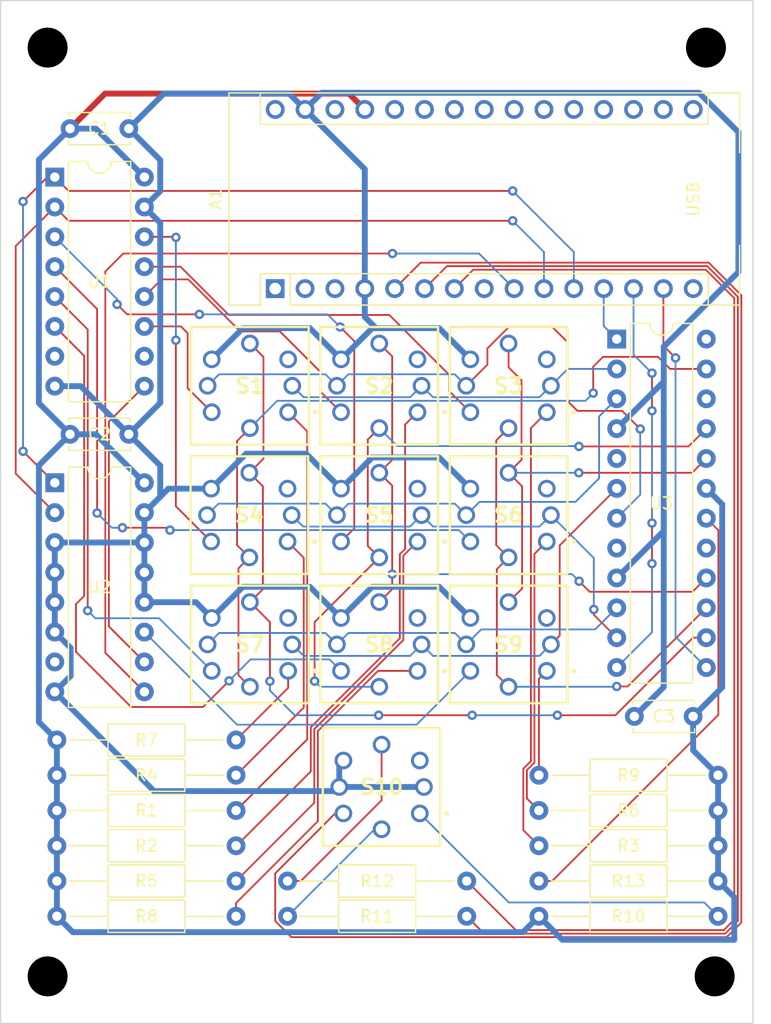
<source format=kicad_pcb>
(kicad_pcb (version 20211014) (generator pcbnew)
  (layers (0 "F.Cu" signal) (31 "B.Cu" signal) (34 "B.Paste" user) (35 "F.Paste" user) (36 "B.SilkS" user "B.Silkscreen") (37 "F.SilkS" user "F.Silkscreen") (38 "B.Mask" user) (39 "F.Mask" user) (44 "Edge.Cuts" user))
  (net 0 "")
  (net 4 "Net-(A1-Pad29)")
  (net 5 "Net-(A1-Pad5)")
  (net 7 "Net-(A1-Pad9)")
  (net 8 "Net-(A1-Pad10)")
  (net 9 "Net-(A1-Pad11)")
  (net 10 "Net-(A1-Pad12)")
  (net 23 "Net-(A1-Pad6)")
  (net 26 "Net-(R1-Pad1)")
  (net 27 "Net-(R2-Pad1)")
  (net 28 "Net-(R3-Pad1)")
  (net 29 "Net-(R4-Pad1)")
  (net 30 "Net-(R5-Pad1)")
  (net 31 "Net-(R6-Pad1)")
  (net 32 "Net-(R7-Pad1)")
  (net 33 "Net-(R8-Pad1)")
  (net 34 "Net-(R9-Pad1)")
  (net 35 "Net-(R13-Pad2)")
  (net 36 "Net-(S1-Pad2)")
  (net 38 "Net-(S1-PadA1)")
  (net 39 "Net-(S2-Pad2)")
  (net 41 "Net-(S2-PadA1)")
  (net 42 "Net-(S2-PadA2)")
  (net 43 "Net-(A1-Pad7)")
  (net 44 "Net-(A1-Pad13)")
  (net 45 "Net-(S3-Pad2)")
  (net 47 "Net-(S3-PadA1)")
  (net 48 "Net-(S3-PadA2)")
  (net 49 "Net-(S4-Pad2)")
  (net 51 "Net-(A1-Pad14)")
  (net 52 "Net-(S5-Pad2)")
  (net 54 "Net-(S6-Pad2)")
  (net 56 "Net-(S7-Pad2)")
  (net 58 "Net-(S7-PadK1)")
  (net 59 "Net-(S7-PadK2)")
  (net 60 "Net-(S8-Pad2)")
  (net 62 "Net-(S9-Pad2)")
  (net 65 "Net-(U1-Pad9)")
  (net 73 "Net-(S4-PadK1)")
  (net 74 "Net-(A1-Pad27)")
  (net 75 "Net-(S1-PadK1)")
  (net 76 "Net-(S1-PadK2)")
  (net 77 "Net-(S4-PadK2)")
  (net 78 "Net-(R10-Pad1)")
  (net 79 "Net-(R11-Pad1)")
  (net 80 "Net-(R12-Pad1)")
  (net 82 "Net-(S1-PadA2)")
  (footprint "TicTacToeV1:M3-NPTH" (layer "F.Cu") (at 78.74 99)
    (fp_text reference "H4" hide)
    (fp_text value "M3-NPTH")
  )
  (footprint "TicTacToeV1:B3W9000RG2C" (layer "F.Cu") (at 42.46 73.015)
    (fp_text reference "S7")
    (fp_text value "B3W-9000-RG2C" hide)
  )
  (footprint "TicTacToeV1:M3-NPTH" (layer "F.Cu") (at 78 20)
    (fp_text reference "H3" hide)
    (fp_text value "M3-NPTH")
  )
  (footprint "Resistor_THT:R_Axial_DIN0207_L6.3mm_D2.5mm_P15.24mm_Horizontal" (layer "F.Cu") (at 63.79 81.89)
    (fp_text reference "R9")
    (fp_text value "10k" hide)
  )
  (footprint "TicTacToeV1:B3W9000RG2C" (layer "F.Cu") (at 53.46 73.015)
    (fp_text reference "S8")
    (fp_text value "B3W-9000-RG2C" hide)
  )
  (footprint "Resistor_THT:R_Axial_DIN0207_L6.3mm_D2.5mm_P15.24mm_Horizontal" (layer "F.Cu") (at 79.03 90.89 180)
    (fp_text reference "R13")
    (fp_text value "10k" hide)
  )
  (footprint "Resistor_THT:R_Axial_DIN0207_L6.3mm_D2.5mm_P15.24mm_Horizontal" (layer "F.Cu") (at 38.03 87.89 180)
    (fp_text reference "R2")
    (fp_text value "10k" hide)
  )
  (footprint "TicTacToeV1:B3W9000RG2C" (layer "F.Cu") (at 53.46 62.015)
    (fp_text reference "S5")
    (fp_text value "B3W-9000-RG2C" hide)
  )
  (footprint "Package_DIP:DIP-24_W7.62mm" (layer "F.Cu") (at 70.41 44.79)
    (fp_text reference "U3")
    (fp_text value "MAX7219" hide)
  )
  (footprint "Capacitor_THT:C_Disc_D5.0mm_W2.5mm_P5.00mm" (layer "F.Cu") (at 23.91 52.89)
    (fp_text reference "C2")
    (fp_text value "0.1u" hide)
  )
  (footprint "TicTacToeV1:B3W9000RG2C" (layer "F.Cu") (at 64.46 51.015)
    (fp_text reference "S3")
    (fp_text value "B3W-9000-RG2C" hide)
  )
  (footprint "Package_DIP:DIP-16_W7.62mm" (layer "F.Cu") (at 22.61 31.015)
    (fp_text reference "U1")
    (fp_text value "74HC165" hide)
  )
  (footprint "TicTacToeV1:B3W9000RG2C" (layer "F.Cu") (at 64.46 73.015)
    (fp_text reference "S9")
    (fp_text value "B3W-9000-RG2C" hide)
  )
  (footprint "TicTacToeV1:B3W9000RG2C" (layer "F.Cu") (at 42.41 62.015)
    (fp_text reference "S4")
    (fp_text value "B3W-9000-RG2C" hide)
  )
  (footprint "Resistor_THT:R_Axial_DIN0207_L6.3mm_D2.5mm_P15.24mm_Horizontal" (layer "F.Cu") (at 79.03 93.89 180)
    (fp_text reference "R10")
    (fp_text value "10k" hide)
  )
  (footprint "Resistor_THT:R_Axial_DIN0207_L6.3mm_D2.5mm_P15.24mm_Horizontal" (layer "F.Cu") (at 63.79 84.89)
    (fp_text reference "R6")
    (fp_text value "10k" hide)
  )
  (footprint "Resistor_THT:R_Axial_DIN0207_L6.3mm_D2.5mm_P15.24mm_Horizontal" (layer "F.Cu") (at 42.41 90.89)
    (fp_text reference "R12")
    (fp_text value "330" hide)
  )
  (footprint "TicTacToeV1:B3W9000RG2C" (layer "F.Cu") (at 42.46 51.015)
    (fp_text reference "S1")
    (fp_text value "B3W-9000-RG2C" hide)
  )
  (footprint "TicTacToeV1:M3-NPTH" (layer "F.Cu") (at 22 99)
    (fp_text reference "H1" hide)
    (fp_text value "M3-NPTH")
  )
  (footprint "TicTacToeV1:B3W9000RG2C" (layer "F.Cu") (at 53.46 51.015)
    (fp_text reference "S2")
    (fp_text value "B3W-9000-RG2C" hide)
  )
  (footprint "Resistor_THT:R_Axial_DIN0207_L6.3mm_D2.5mm_P15.24mm_Horizontal" (layer "F.Cu") (at 38.03 81.89 180)
    (fp_text reference "R4")
    (fp_text value "10k" hide)
  )
  (footprint "Package_DIP:DIP-16_W7.62mm" (layer "F.Cu") (at 22.61 57.015)
    (fp_text reference "U2")
    (fp_text value "74HC165" hide)
  )
  (footprint "TicTacToeV1:M3-NPTH" (layer "F.Cu") (at 22 20)
    (fp_text reference "H2" hide)
    (fp_text value "M3-NPTH")
  )
  (footprint "Resistor_THT:R_Axial_DIN0207_L6.3mm_D2.5mm_P15.24mm_Horizontal" (layer "F.Cu") (at 38.03 78.89 180)
    (fp_text reference "R7")
    (fp_text value "10k" hide)
  )
  (footprint "Resistor_THT:R_Axial_DIN0207_L6.3mm_D2.5mm_P15.24mm_Horizontal" (layer "F.Cu") (at 38.03 90.89 180)
    (fp_text reference "R5")
    (fp_text value "10k" hide)
  )
  (footprint "Resistor_THT:R_Axial_DIN0207_L6.3mm_D2.5mm_P15.24mm_Horizontal" (layer "F.Cu") (at 63.79 87.89)
    (fp_text reference "R3")
    (fp_text value "10k" hide)
  )
  (footprint "TicTacToeV1:Arduino_Nano" (layer "F.Cu") (at 41.36 40.5 90)
    (fp_text reference "A1")
    (fp_text value "Arduino_Nano_v3.x")
  )
  (footprint "Resistor_THT:R_Axial_DIN0207_L6.3mm_D2.5mm_P15.24mm_Horizontal" (layer "F.Cu") (at 42.41 93.89)
    (fp_text reference "R11")
    (fp_text value "330" hide)
  )
  (footprint "Capacitor_THT:C_Disc_D5.0mm_W2.5mm_P5.00mm" (layer "F.Cu") (at 23.91 26.89)
    (fp_text reference "C1")
    (fp_text value "0.1u" hide)
  )
  (footprint "TicTacToeV1:B3W9000RG2C" (layer "F.Cu") (at 53.66 85.14)
    (fp_text reference "S10")
    (fp_text value "B3W-9000-RG2C" hide)
  )
  (footprint "Capacitor_THT:C_Disc_D5.0mm_W2.5mm_P5.00mm" (layer "F.Cu") (at 76.91 76.89 180)
    (fp_text reference "C3")
    (fp_text value "0.1u" hide)
  )
  (footprint "Resistor_THT:R_Axial_DIN0207_L6.3mm_D2.5mm_P15.24mm_Horizontal" (layer "F.Cu") (at 38.03 93.89 180)
    (fp_text reference "R8")
    (fp_text value "10k" hide)
  )
  (footprint "TicTacToeV1:B3W9000RG2C" (layer "F.Cu") (at 64.46 62.015)
    (fp_text reference "S6")
    (fp_text value "B3W-9000-RG2C" hide)
  )
  (footprint "Resistor_THT:R_Axial_DIN0207_L6.3mm_D2.5mm_P15.24mm_Horizontal" (layer "F.Cu") (at 38.03 84.89 180)
    (fp_text reference "R1")
    (fp_text value "10k" hide)
  )
  (gr_line (start 82 16) (end 82 103) (layer "Edge.Cuts") (width 0.1))
  (gr_line (start 18 103) (end 18 16) (layer "Edge.Cuts") (width 0.1))
  (gr_line (start 82 103) (end 18 103) (layer "Edge.Cuts") (width 0.1))
  (gr_line (start 18 16) (end 82 16) (layer "Edge.Cuts") (width 0.1))
  (segment (start 55.31 65.865) (end 57.96 68.515) (width 0.5) (layer "B.Cu") (net 4))
  (segment (start 31.58 29.56) (end 31.58 32.205) (width 0.5) (layer "B.Cu") (net 4))
  (segment (start 74.41 56.41) (end 74.41 48.19) (width 0.5) (layer "B.Cu") (net 4))
  (segment (start 46.81 82.89) (end 46.46 83.24) (width 0.5) (layer "B.Cu") (net 4))
  (segment (start 30.23 62.095) (end 22.61 62.095) (width 0.5) (layer "B.Cu") (net 4))
  (segment (start 70.41 65.11) (end 74.41 61.11) (width 0.5) (layer "B.Cu") (net 4))
  (segment (start 22.61 64.635) (end 22.61 67.175) (width 0.5) (layer "B.Cu") (net 4))
  (segment (start 80.76 27.19) (end 80.76 37.94) (width 0.5) (layer "B.Cu") (net 4))
  (segment (start 46.96 46.515) (end 49.61 43.865) (width 0.5) (layer "B.Cu") (net 4))
  (segment (start 31.58 32.205) (end 30.23 33.555) (width 0.5) (layer "B.Cu") (net 4))
  (segment (start 74.41 48.19) (end 74.41 48.41) (width 0.5) (layer "B.Cu") (net 4))
  (segment (start 44.31 65.865) (end 46.96 68.515) (width 0.5) (layer "B.Cu") (net 4))
  (segment (start 28.91 26.89) (end 31.58 29.56) (width 0.5) (layer "B.Cu") (net 4))
  (segment (start 30.23 33.555) (end 31.58 34.905) (width 0.5) (layer "B.Cu") (net 4))
  (segment (start 71.91 76.89) (end 74.41 74.39) (width 0.5) (layer "B.Cu") (net 4))
  (segment (start 42.55 23.91) (end 31.89 23.91) (width 0.5) (layer "B.Cu") (net 4))
  (segment (start 22.61 67.175) (end 22.61 69.715) (width 0.5) (layer "B.Cu") (net 4))
  (segment (start 65.71 23.84) (end 77.41 23.84) (width 0.5) (layer "B.Cu") (net 4))
  (segment (start 31.58 55.56) (end 31.58 58.205) (width 0.5) (layer "B.Cu") (net 4))
  (segment (start 48.98 40.5) (end 48.98 42.91) (width 0.5) (layer "B.Cu") (net 4))
  (segment (start 35.96 46.515) (end 38.61 43.865) (width 0.5) (layer "B.Cu") (net 4))
  (segment (start 30.0575 82.2425) (end 22.61 74.795) (width 0.5) (layer "B.Cu") (net 4))
  (segment (start 49.61 54.865) (end 55.31 54.865) (width 0.5) (layer "B.Cu") (net 4))
  (segment (start 30.23 59.555) (end 30.23 62.095) (width 0.5) (layer "B.Cu") (net 4))
  (segment (start 48.98 40.5) (end 48.98 30.34) (width 0.5) (layer "B.Cu") (net 4))
  (segment (start 43.985 54.54) (end 38.885 54.54) (width 0.5) (layer "B.Cu") (net 4))
  (segment (start 44.31 43.865) (end 46.96 46.515) (width 0.5) (layer "B.Cu") (net 4))
  (segment (start 46.81 82.89) (end 54.01 82.89) (width 0.5) (layer "B.Cu") (net 4))
  (segment (start 31.58 40.91) (end 31.58 50.22) (width 0.5) (layer "B.Cu") (net 4))
  (segment (start 38.885 54.54) (end 35.91 57.515) (width 0.5) (layer "B.Cu") (net 4))
  (segment (start 35.96 68.515) (end 38.61 65.865) (width 0.5) (layer "B.Cu") (net 4))
  (segment (start 49.61 65.865) (end 55.31 65.865) (width 0.5) (layer "B.Cu") (net 4))
  (segment (start 34.62 67.175) (end 35.96 68.515) (width 0.5) (layer "B.Cu") (net 4))
  (segment (start 30.23 64.635) (end 30.23 67.175) (width 0.5) (layer "B.Cu") (net 4))
  (segment (start 80.76 39.09) (end 80.76 37.94) (width 0.5) (layer "B.Cu") (net 4))
  (segment (start 46.46 83.24) (end 31.055 83.24) (width 0.5) (layer "B.Cu") (net 4))
  (segment (start 46.96 68.515) (end 49.61 65.865) (width 0.5) (layer "B.Cu") (net 4))
  (segment (start 46.96 57.515) (end 43.985 54.54) (width 0.5) (layer "B.Cu") (net 4))
  (segment (start 30.23 67.175) (end 34.62 67.175) (width 0.5) (layer "B.Cu") (net 4))
  (segment (start 55.31 54.865) (end 57.96 57.515) (width 0.5) (layer "B.Cu") (net 4))
  (segment (start 49.61 43.865) (end 49.935 43.865) (width 0.5) (layer "B.Cu") (net 4))
  (segment (start 46.81 80.99) (end 47.16 80.64) (width 0.5) (layer "B.Cu") (net 4))
  (segment (start 48.98 30.34) (end 43.9 25.26) (width 0.5) (layer "B.Cu") (net 4))
  (segment (start 31.89 23.91) (end 28.91 26.89) (width 0.5) (layer "B.Cu") (net 4))
  (segment (start 74.41 61.11) (end 74.41 59.74) (width 0.5) (layer "B.Cu") (net 4))
  (segment (start 35.91 57.515) (end 32.27 57.515) (width 0.5) (layer "B.Cu") (net 4))
  (segment (start 38.61 65.865) (end 44.31 65.865) (width 0.5) (layer "B.Cu") (net 4))
  (segment (start 77.41 23.84) (end 80.76 27.19) (width 0.5) (layer "B.Cu") (net 4))
  (segment (start 43.9 25.26) (end 45.32 23.84) (width 0.5) (layer "B.Cu") (net 4))
  (segment (start 32.27 57.515) (end 30.23 59.555) (width 0.5) (layer "B.Cu") (net 4))
  (segment (start 49.935 43.865) (end 55.31 43.865) (width 0.5) (layer "B.Cu") (net 4))
  (segment (start 31.58 58.205) (end 30.23 59.555) (width 0.5) (layer "B.Cu") (net 4))
  (segment (start 23.96 73.445) (end 22.61 74.795) (width 0.5) (layer "B.Cu") (net 4))
  (segment (start 43.9 25.26) (end 42.55 23.91) (width 0.5) (layer "B.Cu") (net 4))
  (segment (start 28.91 52.89) (end 31.58 55.56) (width 0.5) (layer "B.Cu") (net 4))
  (segment (start 74.41 59.74) (end 74.41 56.41) (width 0.5) (layer "B.Cu") (net 4))
  (segment (start 22.61 62.095) (end 22.61 64.635) (width 0.5) (layer "B.Cu") (net 4))
  (segment (start 74.41 45.44) (end 80.76 39.09) (width 0.5) (layer "B.Cu") (net 4))
  (segment (start 22.61 48.795) (end 24.815 48.795) (width 0.5) (layer "B.Cu") (net 4))
  (segment (start 24.815 48.795) (end 28.91 52.89) (width 0.5) (layer "B.Cu") (net 4))
  (segment (start 38.61 43.865) (end 44.31 43.865) (width 0.5) (layer "B.Cu") (net 4))
  (segment (start 31.58 34.905) (end 31.58 40.91) (width 0.5) (layer "B.Cu") (net 4))
  (segment (start 22.61 69.715) (end 23.96 71.065) (width 0.5) (layer "B.Cu") (net 4))
  (segment (start 74.41 48.41) (end 70.41 52.41) (width 0.5) (layer "B.Cu") (net 4))
  (segment (start 31.58 50.22) (end 28.91 52.89) (width 0.5) (layer "B.Cu") (net 4))
  (segment (start 55.31 43.865) (end 57.96 46.515) (width 0.5) (layer "B.Cu") (net 4))
  (segment (start 46.96 57.515) (end 49.61 54.865) (width 0.5) (layer "B.Cu") (net 4))
  (segment (start 46.81 82.89) (end 46.81 80.99) (width 0.5) (layer "B.Cu") (net 4))
  (segment (start 48.98 42.91) (end 49.935 43.865) (width 0.5) (layer "B.Cu") (net 4))
  (segment (start 31.055 83.24) (end 30.0575 82.2425) (width 0.5) (layer "B.Cu") (net 4))
  (segment (start 74.41 74.39) (end 74.41 59.74) (width 0.5) (layer "B.Cu") (net 4))
  (segment (start 30.23 62.095) (end 30.23 64.635) (width 0.5) (layer "B.Cu") (net 4))
  (segment (start 23.96 71.065) (end 23.96 73.445) (width 0.5) (layer "B.Cu") (net 4))
  (segment (start 45.32 23.84) (end 65.71 23.84) (width 0.5) (layer "B.Cu") (net 4))
  (segment (start 74.41 48.19) (end 74.41 45.44) (width 0.5) (layer "B.Cu") (net 4))
  (segment (start 78.234264 38.29) (end 81.01 41.065736) (width 0.15) (layer "F.Cu") (net 5))
  (segment (start 77.46 38.29) (end 78.234264 38.29) (width 0.15) (layer "F.Cu") (net 5))
  (segment (start 53.73 38.29) (end 67.76 38.29) (width 0.15) (layer "F.Cu") (net 5))
  (segment (start 67.76 38.29) (end 77.46 38.29) (width 0.15) (layer "F.Cu") (net 5))
  (segment (start 46.46 85.14) (end 47.16 85.14) (width 0.15) (layer "F.Cu") (net 5))
  (segment (start 51.52 40.5) (end 53.73 38.29) (width 0.15) (layer "F.Cu") (net 5))
  (segment (start 81.01 94.420229) (end 79.765229 95.665) (width 0.15) (layer "F.Cu") (net 5))
  (segment (start 41.36 94.289569) (end 41.36 90.24) (width 0.15) (layer "F.Cu") (net 5))
  (segment (start 41.36 90.24) (end 46.46 85.14) (width 0.15) (layer "F.Cu") (net 5))
  (segment (start 42.735431 95.665) (end 41.36 94.289569) (width 0.15) (layer "F.Cu") (net 5))
  (segment (start 81.01 41.065736) (end 81.01 94.420229) (width 0.15) (layer "F.Cu") (net 5))
  (segment (start 79.765229 95.665) (end 42.735431 95.665) (width 0.15) (layer "F.Cu") (net 5))
  (segment (start 30.23 74.795) (end 26.91 71.475) (width 0.15) (layer "F.Cu") (net 7))
  (segment (start 28.435 37.515) (end 51.335 37.515) (width 0.15) (layer "F.Cu") (net 7))
  (segment (start 26.91 39.04) (end 28.435 37.515) (width 0.15) (layer "F.Cu") (net 7))
  (segment (start 26.91 71.475) (end 26.91 39.04) (width 0.15) (layer "F.Cu") (net 7))
  (via (at 51.335 37.515) (size 0.8) (drill 0.4) (layers "F.Cu" "B.Cu") (net 7))
  (segment (start 58.695 37.515) (end 61.68 40.5) (width 0.15) (layer "B.Cu") (net 7))
  (segment (start 51.335 37.515) (end 58.695 37.515) (width 0.15) (layer "B.Cu") (net 7))
  (segment (start 19.285 56.23) (end 22.61 59.555) (width 0.15) (layer "F.Cu") (net 8))
  (segment (start 22.61 33.555) (end 19.285 36.88) (width 0.15) (layer "F.Cu") (net 8))
  (segment (start 19.285 36.88) (end 19.285 56.23) (width 0.15) (layer "F.Cu") (net 8))
  (segment (start 61.56 34.73) (end 23.785 34.73) (width 0.15) (layer "F.Cu") (net 8))
  (segment (start 23.785 34.73) (end 22.61 33.555) (width 0.15) (layer "F.Cu") (net 8))
  (via (at 61.56 34.73) (size 0.8) (drill 0.4) (layers "F.Cu" "B.Cu") (net 8))
  (segment (start 64.22 37.39) (end 64.22 40.5) (width 0.15) (layer "B.Cu") (net 8))
  (segment (start 61.56 34.73) (end 64.22 37.39) (width 0.15) (layer "B.Cu") (net 8))
  (segment (start 23.785 32.19) (end 22.61 31.015) (width 0.15) (layer "F.Cu") (net 9))
  (segment (start 20.41 32.59) (end 19.91 33.09) (width 0.15) (layer "F.Cu") (net 9))
  (segment (start 21.985 31.015) (end 20.41 32.59) (width 0.15) (layer "F.Cu") (net 9))
  (segment (start 22.61 57.015) (end 22.585 57.015) (width 0.15) (layer "F.Cu") (net 9))
  (segment (start 61.56 32.19) (end 23.785 32.19) (width 0.15) (layer "F.Cu") (net 9))
  (segment (start 22.585 57.015) (end 19.91 54.34) (width 0.15) (layer "F.Cu") (net 9))
  (segment (start 22.61 31.015) (end 21.985 31.015) (width 0.15) (layer "F.Cu") (net 9))
  (via (at 61.56 32.19) (size 0.8) (drill 0.4) (layers "F.Cu" "B.Cu") (net 9))
  (via (at 19.91 33.09) (size 0.8) (drill 0.4) (layers "F.Cu" "B.Cu") (net 9))
  (via (at 19.91 54.34) (size 0.8) (drill 0.4) (layers "F.Cu" "B.Cu") (net 9))
  (segment (start 66.76 37.39) (end 66.76 40.5) (width 0.15) (layer "B.Cu") (net 9))
  (segment (start 19.91 33.09) (end 19.91 54.34) (width 0.15) (layer "B.Cu") (net 9))
  (segment (start 61.56 32.19) (end 66.76 37.39) (width 0.15) (layer "B.Cu") (net 9))
  (segment (start 69.3 40.5) (end 69.3 43.68) (width 0.15) (layer "B.Cu") (net 10))
  (segment (start 69.3 43.68) (end 70.41 44.79) (width 0.15) (layer "B.Cu") (net 10))
  (segment (start 79.640965 95.365) (end 80.71 94.295965) (width 0.15) (layer "F.Cu") (net 23))
  (segment (start 78.11 38.59) (end 80.71 41.19) (width 0.15) (layer "F.Cu") (net 23))
  (segment (start 79.640965 95.365) (end 59.125 95.365) (width 0.15) (layer "F.Cu") (net 23))
  (segment (start 59.125 95.365) (end 57.65 93.89) (width 0.15) (layer "F.Cu") (net 23))
  (segment (start 80.71 94.295965) (end 80.71 41.19) (width 0.15) (layer "F.Cu") (net 23))
  (segment (start 55.97 38.59) (end 78.11 38.59) (width 0.15) (layer "F.Cu") (net 23))
  (segment (start 54.06 40.5) (end 55.97 38.59) (width 0.15) (layer "F.Cu") (net 23))
  (segment (start 42.46 51.015) (end 44.085 52.64) (width 0.15) (layer "F.Cu") (net 26))
  (segment (start 44.085 78.835) (end 38.03 84.89) (width 0.15) (layer "F.Cu") (net 26))
  (segment (start 44.085 52.64) (end 44.085 78.835) (width 0.15) (layer "F.Cu") (net 26))
  (segment (start 52.41 52.065) (end 53.46 51.015) (width 0.15) (layer "F.Cu") (net 27))
  (segment (start 51.96 63.090736) (end 52.41 62.640736) (width 0.15) (layer "F.Cu") (net 27))
  (segment (start 44.385 77.815) (end 51.96 70.24) (width 0.15) (layer "F.Cu") (net 27))
  (segment (start 44.385 81.568859) (end 44.385 77.815) (width 0.15) (layer "F.Cu") (net 27))
  (segment (start 38.063859 87.89) (end 44.385 81.568859) (width 0.15) (layer "F.Cu") (net 27))
  (segment (start 51.96 70.24) (end 51.96 63.090736) (width 0.15) (layer "F.Cu") (net 27))
  (segment (start 38.03 87.89) (end 38.063859 87.89) (width 0.15) (layer "F.Cu") (net 27))
  (segment (start 52.41 62.640736) (end 52.41 52.065) (width 0.15) (layer "F.Cu") (net 27))
  (segment (start 62.465 86.565) (end 62.465 81.341167) (width 0.15) (layer "F.Cu") (net 28))
  (segment (start 63.11 80.696167) (end 63.11 52.365) (width 0.15) (layer "F.Cu") (net 28))
  (segment (start 63.11 52.365) (end 64.46 51.015) (width 0.15) (layer "F.Cu") (net 28))
  (segment (start 62.465 81.341167) (end 63.11 80.696167) (width 0.15) (layer "F.Cu") (net 28))
  (segment (start 63.79 87.89) (end 62.465 86.565) (width 0.15) (layer "F.Cu") (net 28))
  (segment (start 43.785 63.39) (end 43.785 76.135) (width 0.15) (layer "F.Cu") (net 29))
  (segment (start 43.785 76.135) (end 38.03 81.89) (width 0.15) (layer "F.Cu") (net 29))
  (segment (start 42.41 62.015) (end 43.785 63.39) (width 0.15) (layer "F.Cu") (net 29))
  (segment (start 44.685 77.965) (end 52.26 70.39) (width 0.15) (layer "F.Cu") (net 30))
  (segment (start 44.685 84.235) (end 44.685 77.965) (width 0.15) (layer "F.Cu") (net 30))
  (segment (start 52.26 70.39) (end 52.26 63.215) (width 0.15) (layer "F.Cu") (net 30))
  (segment (start 38.03 90.89) (end 44.685 84.235) (width 0.15) (layer "F.Cu") (net 30))
  (segment (start 52.26 63.215) (end 53.46 62.015) (width 0.15) (layer "F.Cu") (net 30))
  (segment (start 62.765 81.465431) (end 63.41 80.820431) (width 0.15) (layer "F.Cu") (net 31))
  (segment (start 63.79 84.89) (end 62.765 83.865) (width 0.15) (layer "F.Cu") (net 31))
  (segment (start 63.41 63.065) (end 64.46 62.015) (width 0.15) (layer "F.Cu") (net 31))
  (segment (start 62.765 83.865) (end 62.765 81.465431) (width 0.15) (layer "F.Cu") (net 31))
  (segment (start 63.41 80.820431) (end 63.41 63.065) (width 0.15) (layer "F.Cu") (net 31))
  (segment (start 42.46 73.015) (end 42.46 74.46) (width 0.15) (layer "F.Cu") (net 32))
  (segment (start 42.46 74.46) (end 38.03 78.89) (width 0.15) (layer "F.Cu") (net 32))
  (segment (start 44.985 85.80363) (end 44.985 78.14) (width 0.15) (layer "F.Cu") (net 33))
  (segment (start 38.03 92.75863) (end 44.985 85.80363) (width 0.15) (layer "F.Cu") (net 33))
  (segment (start 38.03 93.89) (end 38.03 92.75863) (width 0.15) (layer "F.Cu") (net 33))
  (segment (start 44.985 78.14) (end 50.11 73.015) (width 0.15) (layer "F.Cu") (net 33))
  (segment (start 50.11 73.015) (end 53.46 73.015) (width 0.15) (layer "F.Cu") (net 33))
  (segment (start 63.79 73.685) (end 64.46 73.015) (width 0.15) (layer "F.Cu") (net 34))
  (segment (start 63.79 81.89) (end 63.79 73.685) (width 0.15) (layer "F.Cu") (net 34))
  (segment (start 79.055 61.055) (end 78.03 60.03) (width 0.15) (layer "F.Cu") (net 35))
  (segment (start 64.92137 90.89) (end 79.055 76.75637) (width 0.15) (layer "F.Cu") (net 35))
  (segment (start 79.055 76.75637) (end 79.055 61.055) (width 0.15) (layer "F.Cu") (net 35))
  (segment (start 63.79 90.89) (end 64.92137 90.89) (width 0.15) (layer "F.Cu") (net 35))
  (segment (start 33.91 48.965) (end 35.96 51.015) (width 0.15) (layer "F.Cu") (net 36))
  (segment (start 33.335 43.715) (end 33.91 44.29) (width 0.15) (layer "F.Cu") (net 36))
  (segment (start 33.91 44.29) (end 33.91 48.965) (width 0.15) (layer "F.Cu") (net 36))
  (segment (start 30.23 43.715) (end 33.335 43.715) (width 0.15) (layer "F.Cu") (net 36))
  (segment (start 40.36 46.315) (end 40.36 54.965) (width 0.15) (layer "F.Cu") (net 38))
  (segment (start 40.31 66.065) (end 40.31 57.315) (width 0.15) (layer "F.Cu") (net 38))
  (segment (start 70.29863 76.79) (end 65.36 76.79) (width 0.15) (layer "F.Cu") (net 38))
  (segment (start 78.03 70.19) (end 76.89863 70.19) (width 0.15) (layer "F.Cu") (net 38))
  (segment (start 40.31 57.315) (end 39.16 56.165) (width 0.15) (layer "F.Cu") (net 38))
  (segment (start 40.91 73.89) (end 40.91 68.865) (width 0.15) (layer "F.Cu") (net 38))
  (segment (start 40.91 68.865) (end 39.21 67.165) (width 0.15) (layer "F.Cu") (net 38))
  (segment (start 39.21 67.165) (end 40.31 66.065) (width 0.15) (layer "F.Cu") (net 38))
  (segment (start 58.11 76.79) (end 50.16 76.79) (width 0.15) (layer "F.Cu") (net 38))
  (segment (start 76.89863 70.19) (end 70.29863 76.79) (width 0.15) (layer "F.Cu") (net 38))
  (segment (start 40.36 54.965) (end 39.16 56.165) (width 0.15) (layer "F.Cu") (net 38))
  (segment (start 39.21 45.165) (end 40.36 46.315) (width 0.15) (layer "F.Cu") (net 38))
  (via (at 50.16 76.79) (size 0.8) (drill 0.4) (layers "F.Cu" "B.Cu") (net 38))
  (via (at 40.91 73.89) (size 0.8) (drill 0.4) (layers "F.Cu" "B.Cu") (net 38))
  (via (at 58.11 76.79) (size 0.8) (drill 0.4) (layers "F.Cu" "B.Cu") (net 38))
  (via (at 65.36 76.79) (size 0.8) (drill 0.4) (layers "F.Cu" "B.Cu") (net 38))
  (segment (start 65.36 76.79) (end 58.11 76.79) (width 0.15) (layer "B.Cu") (net 38))
  (segment (start 40.91 73.89) (end 40.91 74.686141) (width 0.15) (layer "B.Cu") (net 38))
  (segment (start 40.91 74.686141) (end 43.013859 76.79) (width 0.15) (layer "B.Cu") (net 38))
  (segment (start 43.013859 76.79) (end 50.16 76.79) (width 0.15) (layer "B.Cu") (net 38))
  (segment (start 45.21 49.265) (end 46.96 51.015) (width 0.15) (layer "F.Cu") (net 39))
  (segment (start 45.21 47.59) (end 45.21 49.265) (width 0.15) (layer "F.Cu") (net 39))
  (segment (start 31.69 39.715) (end 33.960736 39.715) (width 0.15) (layer "F.Cu") (net 39))
  (segment (start 38.385736 44.14) (end 41.76 44.14) (width 0.15) (layer "F.Cu") (net 39))
  (segment (start 30.23 41.175) (end 31.69 39.715) (width 0.15) (layer "F.Cu") (net 39))
  (segment (start 41.76 44.14) (end 45.21 47.59) (width 0.15) (layer "F.Cu") (net 39))
  (segment (start 33.960736 39.715) (end 38.385736 44.14) (width 0.15) (layer "F.Cu") (net 39))
  (segment (start 51.31 55.065) (end 51.31 46.265) (width 0.15) (layer "F.Cu") (net 41))
  (segment (start 51.31 66.065) (end 51.31 64.79) (width 0.15) (layer "F.Cu") (net 41))
  (segment (start 76.855 66.285) (end 68.105 66.285) (width 0.15) (layer "F.Cu") (net 41))
  (segment (start 68.105 66.285) (end 67.21 65.39) (width 0.15) (layer "F.Cu") (net 41))
  (segment (start 51.31 64.79) (end 51.31 57.265) (width 0.15) (layer "F.Cu") (net 41))
  (segment (start 50.21 67.165) (end 51.31 66.065) (width 0.15) (layer "F.Cu") (net 41))
  (segment (start 78.03 65.11) (end 76.855 66.285) (width 0.15) (layer "F.Cu") (net 41))
  (segment (start 51.31 46.265) (end 50.21 45.165) (width 0.15) (layer "F.Cu") (net 41))
  (segment (start 50.21 56.165) (end 51.31 55.065) (width 0.15) (layer "F.Cu") (net 41))
  (segment (start 51.31 57.265) (end 50.21 56.165) (width 0.15) (layer "F.Cu") (net 41))
  (via (at 51.31 64.79) (size 0.8) (drill 0.4) (layers "F.Cu" "B.Cu") (net 41))
  (via (at 67.21 65.39) (size 0.8) (drill 0.4) (layers "F.Cu" "B.Cu") (net 41))
  (segment (start 67.21 65.39) (end 66.61 64.79) (width 0.15) (layer "B.Cu") (net 41))
  (segment (start 66.61 64.79) (end 51.31 64.79) (width 0.15) (layer "B.Cu") (net 41))
  (segment (start 44.71 73.89) (end 44.71 68.865) (width 0.15) (layer "F.Cu") (net 42))
  (segment (start 49.235 62.39) (end 50.21 63.365) (width 0.15) (layer "F.Cu") (net 42))
  (segment (start 67.195 53.925) (end 76.515 53.925) (width 0.15) (layer "F.Cu") (net 42))
  (segment (start 50.21 52.365) (end 49.235 53.34) (width 0.15) (layer "F.Cu") (net 42))
  (segment (start 44.71 68.865) (end 50.21 63.365) (width 0.15) (layer "F.Cu") (net 42))
  (segment (start 49.235 53.34) (end 49.235 62.39) (width 0.15) (layer "F.Cu") (net 42))
  (segment (start 76.515 53.925) (end 78.03 52.41) (width 0.15) (layer "F.Cu") (net 42))
  (via (at 67.195 53.925) (size 0.8) (drill 0.4) (layers "F.Cu" "B.Cu") (net 42))
  (via (at 44.71 73.89) (size 0.8) (drill 0.4) (layers "F.Cu" "B.Cu") (net 42))
  (segment (start 51.735 53.89) (end 50.21 52.365) (width 0.15) (layer "B.Cu") (net 42))
  (segment (start 67.195 53.925) (end 67.16 53.89) (width 0.15) (layer "B.Cu") (net 42))
  (segment (start 45.185 74.365) (end 44.71 73.89) (width 0.15) (layer "B.Cu") (net 42))
  (segment (start 67.16 53.89) (end 51.735 53.89) (width 0.15) (layer "B.Cu") (net 42))
  (segment (start 50.21 74.365) (end 45.185 74.365) (width 0.15) (layer "B.Cu") (net 42))
  (segment (start 80.41 94.171701) (end 80.41 41.314264) (width 0.15) (layer "F.Cu") (net 43))
  (segment (start 80.41 41.314264) (end 77.985736 38.89) (width 0.15) (layer "F.Cu") (net 43))
  (segment (start 57.65 90.89) (end 61.825 95.065) (width 0.15) (layer "F.Cu") (net 43))
  (segment (start 79.516701 95.065) (end 80.41 94.171701) (width 0.15) (layer "F.Cu") (net 43))
  (segment (start 58.21 38.89) (end 56.6 40.5) (width 0.15) (layer "F.Cu") (net 43))
  (segment (start 61.825 95.065) (end 79.516701 95.065) (width 0.15) (layer "F.Cu") (net 43))
  (segment (start 77.985736 38.89) (end 58.21 38.89) (width 0.15) (layer "F.Cu") (net 43))
  (segment (start 73.41 48.14) (end 73.41 47.69) (width 0.15) (layer "F.Cu") (net 44))
  (segment (start 73.41 63.89) (end 73.41 60.44) (width 0.15) (layer "F.Cu") (net 44))
  (segment (start 73.41 50.89) (end 73.41 48.14) (width 0.15) (layer "F.Cu") (net 44))
  (via (at 73.41 60.44) (size 0.8) (drill 0.4) (layers "F.Cu" "B.Cu") (net 44))
  (via (at 73.41 63.89) (size 0.8) (drill 0.4) (layers "F.Cu" "B.Cu") (net 44))
  (via (at 73.41 47.69) (size 0.8) (drill 0.4) (layers "F.Cu" "B.Cu") (net 44))
  (via (at 73.41 50.89) (size 0.8) (drill 0.4) (layers "F.Cu" "B.Cu") (net 44))
  (segment (start 73.41 47.69) (end 71.84 46.12) (width 0.15) (layer "B.Cu") (net 44))
  (segment (start 70.41 72.73) (end 73.41 69.73) (width 0.15) (layer "B.Cu") (net 44))
  (segment (start 73.41 60.44) (end 73.41 50.89) (width 0.15) (layer "B.Cu") (net 44))
  (segment (start 73.41 69.73) (end 73.41 63.89) (width 0.15) (layer "B.Cu") (net 44))
  (segment (start 71.84 46.12) (end 71.84 40.5) (width 0.15) (layer "B.Cu") (net 44))
  (segment (start 37.41 42.74) (end 33.305 38.635) (width 0.15) (layer "F.Cu") (net 45))
  (segment (start 56.16 49.215) (end 56.16 47.836141) (width 0.15) (layer "F.Cu") (net 45))
  (segment (start 51.063859 42.74) (end 37.41 42.74) (width 0.15) (layer "F.Cu") (net 45))
  (segment (start 33.305 38.635) (end 30.23 38.635) (width 0.15) (layer "F.Cu") (net 45))
  (segment (start 56.16 47.836141) (end 51.063859 42.74) (width 0.15) (layer "F.Cu") (net 45))
  (segment (start 57.96 51.015) (end 56.16 49.215) (width 0.15) (layer "F.Cu") (net 45))
  (segment (start 62.31 48.293859) (end 62.31 55.065) (width 0.15) (layer "F.Cu") (net 47))
  (segment (start 61.21 45.165) (end 61.21 47.193859) (width 0.15) (layer "F.Cu") (net 47))
  (segment (start 61.21 47.193859) (end 62.31 48.293859) (width 0.15) (layer "F.Cu") (net 47))
  (segment (start 67.185 56.165) (end 76.815 56.165) (width 0.15) (layer "F.Cu") (net 47))
  (segment (start 62.31 55.065) (end 61.21 56.165) (width 0.15) (layer "F.Cu") (net 47))
  (segment (start 61.21 56.165) (end 62.36 57.315) (width 0.15) (layer "F.Cu") (net 47))
  (segment (start 76.815 56.165) (end 78.03 54.95) (width 0.15) (layer "F.Cu") (net 47))
  (segment (start 62.36 57.315) (end 62.36 66.015) (width 0.15) (layer "F.Cu") (net 47))
  (segment (start 62.36 66.015) (end 61.21 67.165) (width 0.15) (layer "F.Cu") (net 47))
  (via (at 67.185 56.165) (size 0.8) (drill 0.4) (layers "F.Cu" "B.Cu") (net 47))
  (segment (start 61.21 56.165) (end 67.185 56.165) (width 0.15) (layer "B.Cu") (net 47))
  (segment (start 78.03 67.65) (end 71.34 74.34) (width 0.15) (layer "F.Cu") (net 48))
  (segment (start 61.21 63.365) (end 60.21 64.365) (width 0.15) (layer "F.Cu") (net 48))
  (segment (start 60.16 62.315) (end 61.21 63.365) (width 0.15) (layer "F.Cu") (net 48))
  (segment (start 60.16 53.415) (end 60.16 62.315) (width 0.15) (layer "F.Cu") (net 48))
  (segment (start 60.21 64.365) (end 60.21 73.365) (width 0.15) (layer "F.Cu") (net 48))
  (segment (start 61.21 52.365) (end 60.16 53.415) (width 0.15) (layer "F.Cu") (net 48))
  (segment (start 71.34 74.34) (end 70.41 74.34) (width 0.15) (layer "F.Cu") (net 48))
  (segment (start 60.21 73.365) (end 61.21 74.365) (width 0.15) (layer "F.Cu") (net 48))
  (via (at 70.41 74.34) (size 0.8) (drill 0.4) (layers "F.Cu" "B.Cu") (net 48))
  (segment (start 70.41 74.34) (end 70.385 74.365) (width 0.15) (layer "B.Cu") (net 48))
  (segment (start 70.385 74.365) (end 61.21 74.365) (width 0.15) (layer "B.Cu") (net 48))
  (segment (start 32.91 36.14) (end 32.865 36.095) (width 0.15) (layer "F.Cu") (net 49))
  (segment (start 32.865 36.095) (end 30.23 36.095) (width 0.15) (layer "F.Cu") (net 49))
  (segment (start 32.91 44.89) (end 32.91 59.015) (width 0.15) (layer "F.Cu") (net 49))
  (segment (start 32.91 59.015) (end 35.91 62.015) (width 0.15) (layer "F.Cu") (net 49))
  (via (at 32.91 44.89) (size 0.8) (drill 0.4) (layers "F.Cu" "B.Cu") (net 49))
  (via (at 32.91 36.14) (size 0.8) (drill 0.4) (layers "F.Cu" "B.Cu") (net 49))
  (segment (start 32.91 36.14) (end 32.91 44.89) (width 0.15) (layer "B.Cu") (net 49))
  (segment (start 75.41 46.39) (end 74.38 45.36) (width 0.15) (layer "F.Cu") (net 51))
  (segment (start 74.38 45.36) (end 74.38 40.5) (width 0.15) (layer "F.Cu") (net 51))
  (via (at 75.41 46.39) (size 0.8) (drill 0.4) (layers "F.Cu" "B.Cu") (net 51))
  (segment (start 75.41 70.11) (end 75.41 46.39) (width 0.15) (layer "B.Cu") (net 51))
  (segment (start 78.03 72.73) (end 75.41 70.11) (width 0.15) (layer "B.Cu") (net 51))
  (segment (start 28.76 42.69) (end 34.91 42.69) (width 0.15) (layer "F.Cu") (net 52))
  (segment (start 27.91 41.84) (end 28.76 42.69) (width 0.15) (layer "F.Cu") (net 52))
  (segment (start 48.085 44.965) (end 46.91 43.79) (width 0.15) (layer "F.Cu") (net 52))
  (segment (start 48.085 60.89) (end 48.085 44.965) (width 0.15) (layer "F.Cu") (net 52))
  (segment (start 46.96 62.015) (end 48.085 60.89) (width 0.15) (layer "F.Cu") (net 52))
  (via (at 34.91 42.69) (size 0.8) (drill 0.4) (layers "F.Cu" "B.Cu") (net 52))
  (via (at 27.91 41.84) (size 0.8) (drill 0.4) (layers "F.Cu" "B.Cu") (net 52))
  (via (at 46.885 43.765) (size 0.8) (drill 0.4) (layers "F.Cu" "B.Cu") (net 52))
  (segment (start 22.61 36.095) (end 27.91 41.395) (width 0.15) (layer "B.Cu") (net 52))
  (segment (start 27.91 41.395) (end 27.91 41.84) (width 0.15) (layer "B.Cu") (net 52))
  (segment (start 45.81 42.69) (end 46.885 43.765) (width 0.15) (layer "B.Cu") (net 52))
  (segment (start 34.91 42.69) (end 45.81 42.69) (width 0.15) (layer "B.Cu") (net 52))
  (segment (start 26.21 42.235) (end 22.61 38.635) (width 0.15) (layer "F.Cu") (net 54))
  (segment (start 32.41 61.04) (end 32.21 60.84) (width 0.15) (layer "F.Cu") (net 54))
  (segment (start 32.21 60.84) (end 28.36 60.84) (width 0.15) (layer "F.Cu") (net 54))
  (segment (start 26.21 59.59) (end 26.21 42.235) (width 0.15) (layer "F.Cu") (net 54))
  (via (at 26.21 59.59) (size 0.8) (drill 0.4) (layers "F.Cu" "B.Cu") (net 54))
  (via (at 32.41 61.04) (size 0.8) (drill 0.4) (layers "F.Cu" "B.Cu") (net 54))
  (via (at 28.36 60.84) (size 0.8) (drill 0.4) (layers "F.Cu" "B.Cu") (net 54))
  (segment (start 56.985 61.04) (end 34.26 61.04) (width 0.15) (layer "B.Cu") (net 54))
  (segment (start 27.46 60.84) (end 26.21 59.59) (width 0.15) (layer "B.Cu") (net 54))
  (segment (start 57.96 62.015) (end 56.985 61.04) (width 0.15) (layer "B.Cu") (net 54))
  (segment (start 34.26 61.04) (end 32.41 61.04) (width 0.15) (layer "B.Cu") (net 54))
  (segment (start 28.36 60.84) (end 27.46 60.84) (width 0.15) (layer "B.Cu") (net 54))
  (segment (start 25.41 67.89) (end 25.41 43.975) (width 0.15) (layer "F.Cu") (net 56))
  (segment (start 25.41 43.975) (end 22.61 41.175) (width 0.15) (layer "F.Cu") (net 56))
  (via (at 25.41 67.89) (size 0.8) (drill 0.4) (layers "F.Cu" "B.Cu") (net 56))
  (segment (start 31.485 68.54) (end 26.06 68.54) (width 0.15) (layer "B.Cu") (net 56))
  (segment (start 26.06 68.54) (end 25.41 67.89) (width 0.15) (layer "B.Cu") (net 56))
  (segment (start 35.96 73.015) (end 31.485 68.54) (width 0.15) (layer "B.Cu") (net 56))
  (segment (start 65.56 70.015) (end 65.56 62.34) (width 0.15) (layer "F.Cu") (net 58))
  (segment (start 64.81 70.765) (end 65.56 70.015) (width 0.15) (layer "F.Cu") (net 58))
  (segment (start 65.56 62.34) (end 70.41 57.49) (width 0.15) (layer "F.Cu") (net 58))
  (segment (start 52.835 71.74) (end 53.81 70.765) (width 0.15) (layer "B.Cu") (net 58))
  (segment (start 64.81 70.765) (end 63.835 71.74) (width 0.15) (layer "B.Cu") (net 58))
  (segment (start 42.81 70.765) (end 43.785 71.74) (width 0.15) (layer "B.Cu") (net 58))
  (segment (start 63.835 71.74) (end 54.785 71.74) (width 0.15) (layer "B.Cu") (net 58))
  (segment (start 43.785 71.74) (end 52.835 71.74) (width 0.15) (layer "B.Cu") (net 58))
  (segment (start 54.785 71.74) (end 53.81 70.765) (width 0.15) (layer "B.Cu") (net 58))
  (segment (start 68.57 69.49) (end 70.41 67.65) (width 0.15) (layer "B.Cu") (net 59))
  (segment (start 46.61 70.765) (end 47.585 69.79) (width 0.15) (layer "B.Cu") (net 59))
  (segment (start 56.635 69.79) (end 57.61 70.765) (width 0.15) (layer "B.Cu") (net 59))
  (segment (start 45.635 69.79) (end 46.61 70.765) (width 0.15) (layer "B.Cu") (net 59))
  (segment (start 47.585 69.79) (end 56.635 69.79) (width 0.15) (layer "B.Cu") (net 59))
  (segment (start 35.61 70.765) (end 36.585 69.79) (width 0.15) (layer "B.Cu") (net 59))
  (segment (start 36.585 69.79) (end 45.635 69.79) (width 0.15) (layer "B.Cu") (net 59))
  (segment (start 57.61 70.765) (end 58.885 69.49) (width 0.15) (layer "B.Cu") (net 59))
  (segment (start 58.885 69.49) (end 68.57 69.49) (width 0.15) (layer "B.Cu") (net 59))
  (segment (start 29.11 76.09) (end 35.21 76.09) (width 0.15) (layer "F.Cu") (net 60))
  (segment (start 25.11 46.215) (end 25.11 66.64) (width 0.15) (layer "F.Cu") (net 60))
  (segment (start 24.41 67.34) (end 24.41 71.39) (width 0.15) (layer "F.Cu") (net 60))
  (segment (start 35.21 76.09) (end 37.435 73.865) (width 0.15) (layer "F.Cu") (net 60))
  (segment (start 22.61 43.715) (end 25.11 46.215) (width 0.15) (layer "F.Cu") (net 60))
  (segment (start 25.11 66.64) (end 24.41 67.34) (width 0.15) (layer "F.Cu") (net 60))
  (segment (start 24.41 71.39) (end 29.11 76.09) (width 0.15) (layer "F.Cu") (net 60))
  (via (at 37.435 73.865) (size 0.8) (drill 0.4) (layers "F.Cu" "B.Cu") (net 60))
  (segment (start 45.985 72.04) (end 39.26 72.04) (width 0.15) (layer "B.Cu") (net 60))
  (segment (start 46.96 73.015) (end 45.985 72.04) (width 0.15) (layer "B.Cu") (net 60))
  (segment (start 39.26 72.04) (end 37.435 73.865) (width 0.15) (layer "B.Cu") (net 60))
  (segment (start 57.96 73.015) (end 53.385 77.59) (width 0.15) (layer "B.Cu") (net 62))
  (segment (start 38.105 77.59) (end 30.23 69.715) (width 0.15) (layer "B.Cu") (net 62))
  (segment (start 53.385 77.59) (end 38.105 77.59) (width 0.15) (layer "B.Cu") (net 62))
  (segment (start 30.23 72.255) (end 27.21 69.235) (width 0.15) (layer "F.Cu") (net 65))
  (segment (start 27.21 69.235) (end 27.21 51.815) (width 0.15) (layer "F.Cu") (net 65))
  (segment (start 27.21 51.815) (end 30.23 48.795) (width 0.15) (layer "F.Cu") (net 65))
  (segment (start 68.46 67.79) (end 68.46 68.24) (width 0.15) (layer "F.Cu") (net 73))
  (segment (start 68.46 68.24) (end 70.41 70.19) (width 0.15) (layer "F.Cu") (net 73))
  (via (at 68.46 67.79) (size 0.8) (drill 0.4) (layers "F.Cu" "B.Cu") (net 73))
  (segment (start 54.785 60.74) (end 63.835 60.74) (width 0.15) (layer "B.Cu") (net 73))
  (segment (start 52.835 60.74) (end 43.735 60.74) (width 0.15) (layer "B.Cu") (net 73))
  (segment (start 64.81 59.765) (end 68.46 63.415) (width 0.15) (layer "B.Cu") (net 73))
  (segment (start 63.835 60.74) (end 64.81 59.765) (width 0.15) (layer "B.Cu") (net 73))
  (segment (start 68.46 63.415) (end 68.46 67.79) (width 0.15) (layer "B.Cu") (net 73))
  (segment (start 53.81 59.765) (end 52.835 60.74) (width 0.15) (layer "B.Cu") (net 73))
  (segment (start 43.735 60.74) (end 42.76 59.765) (width 0.15) (layer "B.Cu") (net 73))
  (segment (start 53.81 59.765) (end 54.785 60.74) (width 0.15) (layer "B.Cu") (net 73))
  (segment (start 26.89 23.91) (end 47.63 23.91) (width 0.5) (layer "F.Cu") (net 74))
  (segment (start 47.63 23.91) (end 48.98 25.26) (width 0.5) (layer "F.Cu") (net 74))
  (segment (start 23.91 26.89) (end 26.89 23.91) (width 0.5) (layer "F.Cu") (net 74))
  (segment (start 21.26 77.36) (end 22.79 78.89) (width 0.5) (layer "B.Cu") (net 74))
  (segment (start 79.38 58.84) (end 78.03 57.49) (width 0.5) (layer "B.Cu") (net 74))
  (segment (start 79.03 90.89) (end 80.41 92.27) (width 0.5) (layer "B.Cu") (net 74))
  (segment (start 79.03 84.89) (end 79.03 87.89) (width 0.5) (layer "B.Cu") (net 74))
  (segment (start 26.105 52.89) (end 30.23 57.015) (width 0.5) (layer "B.Cu") (net 74))
  (segment (start 76.91 79.77) (end 79.03 81.89) (width 0.5) (layer "B.Cu") (net 74))
  (segment (start 22.79 84.89) (end 22.79 81.89) (width 0.5) (layer "B.Cu") (net 74))
  (segment (start 22.79 87.89) (end 22.79 90.89) (width 0.5) (layer "B.Cu") (net 74))
  (segment (start 22.79 90.89) (end 22.79 93.89) (width 0.5) (layer "B.Cu") (net 74))
  (segment (start 23.91 26.89) (end 26.105 26.89) (width 0.5) (layer "B.Cu") (net 74))
  (segment (start 21.26 29.54) (end 21.26 50.24) (width 0.5) (layer "B.Cu") (net 74))
  (segment (start 26.105 26.89) (end 30.23 31.015) (width 0.5) (layer "B.Cu") (net 74))
  (segment (start 23.91 52.89) (end 21.26 55.54) (width 0.5) (layer "B.Cu") (net 74))
  (segment (start 22.79 78.89) (end 22.79 81.89) (width 0.5) (layer "B.Cu") (net 74))
  (segment (start 23.91 26.89) (end 21.26 29.54) (width 0.5) (layer "B.Cu") (net 74))
  (segment (start 79.03 90.89) (end 79.03 87.89) (width 0.5) (layer "B.Cu") (net 74))
  (segment (start 76.91 76.89) (end 79.38 74.42) (width 0.5) (layer "B.Cu") (net 74))
  (segment (start 21.26 55.54) (end 21.26 77.36) (width 0.5) (layer "B.Cu") (net 74))
  (segment (start 62.44 95.24) (end 63.79 93.89) (width 0.5) (layer "B.Cu") (net 74))
  (segment (start 65.79 95.89) (end 63.79 93.89) (width 0.5) (layer "B.Cu") (net 74))
  (segment (start 76.91 76.89) (end 76.91 79.77) (width 0.5) (layer "B.Cu") (net 74))
  (segment (start 79.38 74.42) (end 79.38 58.84) (width 0.5) (layer "B.Cu") (net 74))
  (segment (start 21.26 50.24) (end 23.91 52.89) (width 0.5) (layer "B.Cu") (net 74))
  (segment (start 80.41 92.27) (end 80.41 95.89) (width 0.5) (layer "B.Cu") (net 74))
  (segment (start 80.41 95.89) (end 65.79 95.89) (width 0.5) (layer "B.Cu") (net 74))
  (segment (start 22.79 93.89) (end 24.14 95.24) (width 0.5) (layer "B.Cu") (net 74))
  (segment (start 23.91 52.89) (end 26.105 52.89) (width 0.5) (layer "B.Cu") (net 74))
  (segment (start 79.03 84.89) (end 79.03 81.89) (width 0.5) (layer "B.Cu") (net 74))
  (segment (start 22.79 84.89) (end 22.79 87.89) (width 0.5) (layer "B.Cu") (net 74))
  (segment (start 24.14 95.24) (end 62.44 95.24) (width 0.5) (layer "B.Cu") (net 74))
  (segment (start 52.835 49.74) (end 53.81 48.765) (width 0.15) (layer "B.Cu") (net 75))
  (segment (start 54.785 49.74) (end 63.835 49.74) (width 0.15) (layer "B.Cu") (net 75))
  (segment (start 42.81 48.765) (end 43.785 49.74) (width 0.15) (layer "B.Cu") (net 75))
  (segment (start 64.81 48.765) (end 66.245 47.33) (width 0.15) (layer "B.Cu") (net 75))
  (segment (start 43.785 49.74) (end 52.835 49.74) (width 0.15) (layer "B.Cu") (net 75))
  (segment (start 53.81 48.765) (end 54.785 49.74) (width 0.15) (layer "B.Cu") (net 75))
  (segment (start 66.245 47.33) (end 70.41 47.33) (width 0.15) (layer "B.Cu") (net 75))
  (segment (start 63.835 49.74) (end 64.81 48.765) (width 0.15) (layer "B.Cu") (net 75))
  (segment (start 66.21 45.04) (end 64.91 43.74) (width 0.15) (layer "F.Cu") (net 76))
  (segment (start 67.065 50.895) (end 66.21 50.04) (width 0.15) (layer "F.Cu") (net 76))
  (segment (start 72.41 52.44) (end 70.865 50.895) (width 0.15) (layer "F.Cu") (net 76))
  (segment (start 66.21 50.04) (end 66.21 45.04) (width 0.15) (layer "F.Cu") (net 76))
  (segment (start 59.41 46.965) (end 57.61 48.765) (width 0.15) (layer "F.Cu") (net 76))
  (segment (start 59.41 45.586141) (end 59.41 46.965) (width 0.15) (layer "F.Cu") (net 76))
  (segment (start 64.91 43.74) (end 61.256141 43.74) (width 0.15) (layer "F.Cu") (net 76))
  (segment (start 61.256141 43.74) (end 59.41 45.586141) (width 0.15) (layer "F.Cu") (net 76))
  (segment (start 70.865 50.895) (end 67.065 50.895) (width 0.15) (layer "F.Cu") (net 76))
  (via (at 72.41 52.44) (size 0.8) (drill 0.4) (layers "F.Cu" "B.Cu") (net 76))
  (segment (start 56.635 47.79) (end 57.61 48.765) (width 0.15) (layer "B.Cu") (net 76))
  (segment (start 36.585 47.79) (end 45.635 47.79) (width 0.15) (layer "B.Cu") (net 76))
  (segment (start 45.635 47.79) (end 46.61 48.765) (width 0.15) (layer "B.Cu") (net 76))
  (segment (start 46.61 48.765) (end 47.585 47.79) (width 0.15) (layer "B.Cu") (net 76))
  (segment (start 72.41 58.03) (end 72.41 52.44) (width 0.15) (layer "B.Cu") (net 76))
  (segment (start 47.585 47.79) (end 56.635 47.79) (width 0.15) (layer "B.Cu") (net 76))
  (segment (start 70.41 60.03) (end 72.41 58.03) (width 0.15) (layer "B.Cu") (net 76))
  (segment (start 35.61 48.765) (end 36.585 47.79) (width 0.15) (layer "B.Cu") (net 76))
  (segment (start 56.635 58.79) (end 57.61 59.765) (width 0.15) (layer "B.Cu") (net 77))
  (segment (start 35.56 59.765) (end 36.535 58.79) (width 0.15) (layer "B.Cu") (net 77))
  (segment (start 66.91 58.64) (end 68.91 56.64) (width 0.15) (layer "B.Cu") (net 77))
  (segment (start 46.61 59.765) (end 47.585 58.79) (width 0.15) (layer "B.Cu") (net 77))
  (segment (start 57.61 59.765) (end 58.735 58.64) (width 0.15) (layer "B.Cu") (net 77))
  (segment (start 45.635 58.79) (end 46.61 59.765) (width 0.15) (layer "B.Cu") (net 77))
  (segment (start 68.91 51.37) (end 70.41 49.87) (width 0.15) (layer "B.Cu") (net 77))
  (segment (start 68.91 56.64) (end 68.91 51.37) (width 0.15) (layer "B.Cu") (net 77))
  (segment (start 58.735 58.64) (end 66.91 58.64) (width 0.15) (layer "B.Cu") (net 77))
  (segment (start 36.535 58.79) (end 45.635 58.79) (width 0.15) (layer "B.Cu") (net 77))
  (segment (start 47.585 58.79) (end 56.635 58.79) (width 0.15) (layer "B.Cu") (net 77))
  (segment (start 77.855 92.715) (end 61.235 92.715) (width 0.15) (layer "B.Cu") (net 78))
  (segment (start 79.03 93.89) (end 77.855 92.715) (width 0.15) (layer "B.Cu") (net 78))
  (segment (start 61.235 92.715) (end 53.66 85.14) (width 0.15) (layer "B.Cu") (net 78))
  (segment (start 49.81 86.49) (end 50.41 86.49) (width 0.15) (layer "B.Cu") (net 79))
  (segment (start 42.41 93.89) (end 49.81 86.49) (width 0.15) (layer "B.Cu") (net 79))
  (segment (start 43.54137 90.89) (end 50.41 84.02137) (width 0.15) (layer "F.Cu") (net 80))
  (segment (start 42.41 90.89) (end 43.54137 90.89) (width 0.15) (layer "F.Cu") (net 80))
  (segment (start 50.41 84.02137) (end 50.41 79.29) (width 0.15) (layer "F.Cu") (net 80))
  (segment (start 73.925 46.305) (end 74.96 47.34) (width 0.15) (layer "F.Cu") (net 82))
  (segment (start 74.96 47.34) (end 74.97 47.33) (width 0.15) (layer "F.Cu") (net 82))
  (segment (start 38.235 73.39) (end 38.235 64.29) (width 0.15) (layer "F.Cu") (net 82))
  (segment (start 68.41 49.39) (end 68.41 47.14) (width 0.15) (layer "F.Cu") (net 82))
  (segment (start 38.113859 53.461141) (end 39.21 52.365) (width 0.15) (layer "F.Cu") (net 82))
  (segment (start 38.113859 62.318859) (end 38.113859 53.461141) (width 0.15) (layer "F.Cu") (net 82))
  (segment (start 39.16 63.365) (end 38.113859 62.318859) (width 0.15) (layer "F.Cu") (net 82))
  (segment (start 39.21 74.365) (end 38.235 73.39) (width 0.15) (layer "F.Cu") (net 82))
  (segment (start 74.97 47.33) (end 78.03 47.33) (width 0.15) (layer "F.Cu") (net 82))
  (segment (start 68.41 47.14) (end 69.245 46.305) (width 0.15) (layer "F.Cu") (net 82))
  (segment (start 38.235 64.29) (end 39.16 63.365) (width 0.15) (layer "F.Cu") (net 82))
  (segment (start 69.245 46.305) (end 73.925 46.305) (width 0.15) (layer "F.Cu") (net 82))
  (via (at 68.41 49.39) (size 0.8) (drill 0.4) (layers "F.Cu" "B.Cu") (net 82))
  (segment (start 39.21 52.365) (end 41.535 50.04) (width 0.15) (layer "B.Cu") (net 82))
  (segment (start 67.76 50.04) (end 68.41 49.39) (width 0.15) (layer "B.Cu") (net 82))
  (segment (start 41.535 50.04) (end 67.76 50.04) (width 0.15) (layer "B.Cu") (net 82))
)
</source>
